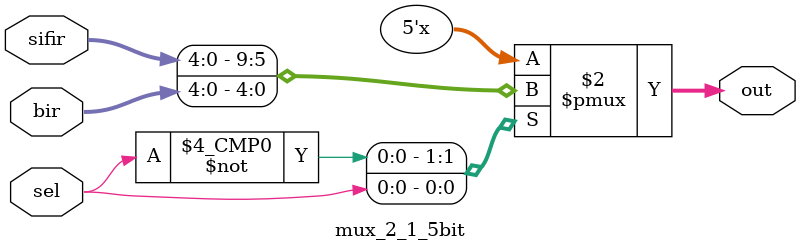
<source format=v>
`timescale 1ns / 1ps

module datapath(
    input [7:0] A,
    input [7:0] B,
  	 input clk,
    input Awrite,
    input Bwrite,
    input reg_uzunB_ld,
    input Add_Sub,
    input shift_carpim,
    input carpim_ld,
    input carpim_clr,
    input set_count,
    input ld_count,
    input result_ld,
    input result_clr,
	 input A_clr,
	 input B_clr,
    output [1:0] q_0_1,
    output count_cp_zero,
    output [15:0] Result
    );

	wire [15:0] carpim_out, shift_carry_out, mux_16_bit_out, add_sub_out, regA_out;
	wire [8:0] mux_9_bit_out, shift_9_bit_out, reg_uzun_B_out;
	wire [4:0] mux_5_bit_out, count_out, sub_1_out;
	wire reg_uzun_B_ld_wire;
	wire C;
	
	assign reg_uzun_B_ld_wire = (/*(~start)&*/Bwrite)|reg_uzunB_ld;
	assign  q_0_1 = reg_uzun_B_out[1:0];
	
	reg_A reg_a1 (
    .clk(clk), 
    .in({A,8'd0}), 
    .load(Awrite),
	 .clr(A_clr),
    .out(regA_out)
    );

	reg_uzunB reg_uzunB1 (
    .clk(clk), 
    .in(mux_9_bit_out), 
    .load(reg_uzun_B_ld_wire),
	 .clr(B_clr),
    .out(reg_uzun_B_out)
    );
	 
	 carpim carpim1 (
    .clk(clk), 
    .in(mux_16_bit_out), 
    .load(carpim_ld), 
    .clr(carpim_clr), 
    .out(carpim_out)
    );

	count count1 (
    .clk(clk), 
    .in(mux_5_bit_out), 
    .load(ld_count), 
    .out(count_out)
    );


	result result1 (
    .clk(clk), 
    .in(carpim_out), 
    .clr(result_clr), 
    .load(result_ld), 
    .out(Result)
    );


	mux_2_1_16bit mux0 (
    .sifir(add_sub_out), 
    .bir(shift_carry_out), 
    .sel(shift_carpim), 
    .out(mux_16_bit_out)
    );


	mux_2_1_5bit mux1 (
    .sifir(sub_1_out), 
    .bir(5'd8), 
    .sel(set_count), 
    .out(mux_5_bit_out)
    );

	mux_2_1_9bit mux2 (
    .sifir(shift_9_bit_out), 
    .bir({B,1'b0}), 
    .sel(Bwrite), 
    .out(mux_9_bit_out)
    );


	add_sub_mod add_sub_1 (
    .A(carpim_out), 
    .B(regA_out), 
    .add_sub(Add_Sub), 
    .C(C), 
    .out(add_sub_out)
    );
	
	right_shift shift0 (
    .in(reg_uzun_B_out), 
    .out(shift_9_bit_out)
    );
	 
	 right_shift_carry shift1 (
    .in(carpim_out), 
    .out(shift_carry_out)
    );
	
	sub_1 sub2 (
    .in(count_out), 
    .out(sub_1_out)
    );
	
	zero_comparator zero_1 (
    .in(count_out), 
    .Z(count_cp_zero)
    );




endmodule

// registerlar
module reg_A (
	input clk,
	input [15:0] in,
	input load,
	input clr,
	output [15:0] out

);

	reg [15:0] register_t;
	initial begin
		register_t<=16'd0;
	end
	always@(posedge clk)
	begin
		if(clr)
			register_t<=16'd0;
		else if(load)
			register_t<=in;
	end

	assign out=register_t;
endmodule

module reg_uzunB (
	input clk,
	input [8:0] in,
	input load,
	input clr,
	output [8:0] out

);

	reg [8:0] register_t;
	initial begin
		register_t<=9'd0;
	end
	always@(posedge clk)
	begin
		if(clr)
		   register_t<=9'd0;
		else if(load)
			register_t<=in;
	end

	assign out=register_t;
endmodule

module carpim (
	input clk,
	input [15:0] in,
	input load,
	input clr,
	output [15:0] out

);

	reg [15:0] register_t;
	initial begin
		register_t<=16'd0;
	end
	always@(posedge clk)
	begin
		if(clr)
			register_t<=16'd0;
		else if(load)
			register_t<=in;
	end

	assign out=register_t;
endmodule

module count (
	input clk,
	input [4:0] in,
	input load,
   output [4:0] out

);

	reg [4:0] register_t;
	initial begin
		register_t<=5'd8;
	end
	always@(posedge clk)
	begin
		if(load)
			register_t<=in;
	end

	assign out=register_t;
endmodule


module result (
	input clk,
	input [15:0] in,
	input clr,
	input load,
   output [15:0] out

);

	reg [15:0] register_t;
	initial begin
		register_t<=16'd0;
	end
	always@(posedge clk)
	begin
		if(clr)
			register_t<=0;
		else if(load)
			register_t<=in;
	end

	assign out=register_t;
endmodule
// iþlem bloklarý

module right_shift (
	input [8:0] in,
	output [8:0] out
);

	assign out = {1'b0, in[8:1]};

endmodule

module add_sub_mod (
	input [15:0] A,
	input [15:0] B,
	input add_sub,
	output C,
	output [15:0] out
);
	// add_sub 0 ise toplama, 1 ise çýkarma
 assign {C,out} = (~add_sub) ? (A+B) : (A-B); 
endmodule

module right_shift_carry (
	input [15:0] in,
	output [15:0] out
);

	assign out = {in[15], in[15:1]};

endmodule

module sub_1 (
	input [4:0] in,
	output [4:0] out

);

	assign out = in-5'd1;
endmodule

module zero_comparator (
	input [4:0] in,
	output Z
// count 0 ise z=1
);

	assign Z = ~(|in);
endmodule

module mux_2_1_9bit (
	input [8:0] sifir,
	input [8:0] bir,
	input  sel,
	output reg [8:0] out

);
	always @* 
	begin
		case(sel)
			1'd0: out=sifir;
			1'd1: out=bir;
		endcase
	end
	
endmodule

module mux_2_1_16bit (
	input [15:0] sifir,
	input [15:0] bir,
	input  sel,
	output reg [15:0] out

);
	always @* 
	begin
		case(sel)
			1'd0: out=sifir;
			1'd1: out=bir;
		endcase
	end
	
endmodule

module mux_2_1_5bit (
	input [4:0] sifir,
	input [4:0] bir,
	input  sel,
	output reg [4:0] out

);
	always @* 
	begin
		case(sel)
			1'd0: out=sifir;
			1'd1: out=bir;
		endcase
	end
	
endmodule



















































</source>
